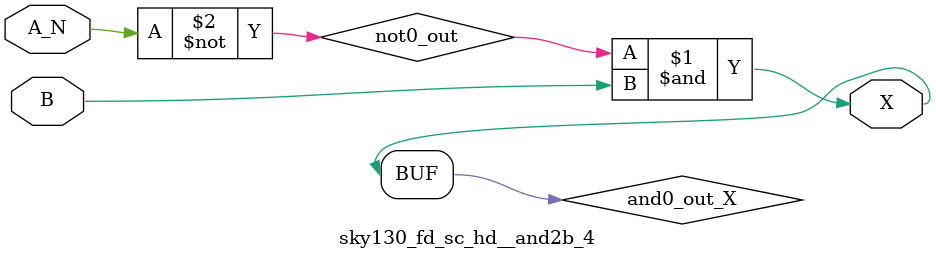
<source format=v>
/*
 * Copyright 2020 The SkyWater PDK Authors
 *
 * Licensed under the Apache License, Version 2.0 (the "License");
 * you may not use this file except in compliance with the License.
 * You may obtain a copy of the License at
 *
 *     https://www.apache.org/licenses/LICENSE-2.0
 *
 * Unless required by applicable law or agreed to in writing, software
 * distributed under the License is distributed on an "AS IS" BASIS,
 * WITHOUT WARRANTIES OR CONDITIONS OF ANY KIND, either express or implied.
 * See the License for the specific language governing permissions and
 * limitations under the License.
 *
 * SPDX-License-Identifier: Apache-2.0
*/


`ifndef SKY130_FD_SC_HD__AND2B_4_FUNCTIONAL_V
`define SKY130_FD_SC_HD__AND2B_4_FUNCTIONAL_V

/**
 * and2b: 2-input AND, first input inverted.
 *
 * Verilog simulation functional model.
 */

`timescale 1ns / 1ps
`default_nettype none

`celldefine
module sky130_fd_sc_hd__and2b_4 (
    X  ,
    A_N,
    B
);

    // Module ports
    output X  ;
    input  A_N;
    input  B  ;

    // Local signals
    wire not0_out  ;
    wire and0_out_X;

    //  Name  Output      Other arguments
    not not0 (not0_out  , A_N            );
    and and0 (and0_out_X, not0_out, B    );
    buf buf0 (X         , and0_out_X     );

endmodule
`endcelldefine

`default_nettype wire
`endif  // SKY130_FD_SC_HD__AND2B_4_FUNCTIONAL_V

</source>
